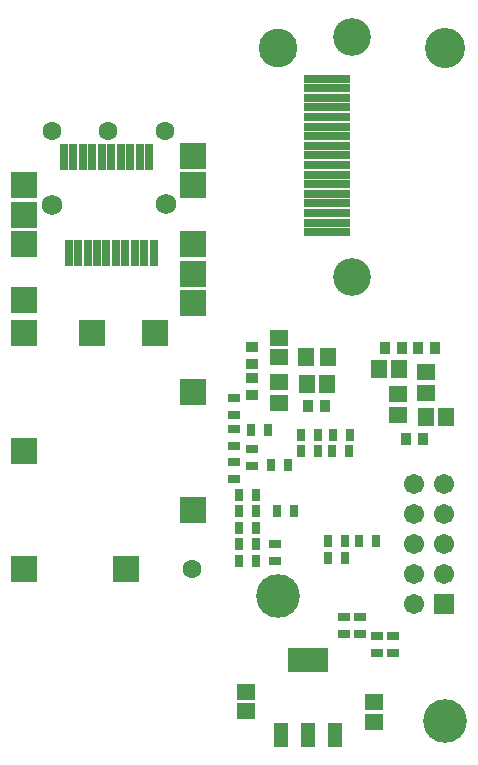
<source format=gts>
G04 Layer_Color=8388736*
%FSAX25Y25*%
%MOIN*%
G70*
G01*
G75*
%ADD53R,0.04737X0.08083*%
%ADD54R,0.13398X0.08083*%
%ADD55R,0.02769X0.08674*%
%ADD56R,0.03162X0.04147*%
%ADD57R,0.04147X0.03162*%
%ADD58R,0.05524X0.06312*%
%ADD59R,0.06312X0.05524*%
%ADD60R,0.03359X0.04343*%
%ADD61R,0.04343X0.03359*%
%ADD62R,0.05721X0.06312*%
%ADD63R,0.06312X0.05721*%
%ADD64R,0.15800X0.03000*%
%ADD65C,0.12897*%
%ADD66C,0.14579*%
%ADD67C,0.13398*%
%ADD68C,0.06312*%
%ADD69R,0.08674X0.08674*%
%ADD70C,0.06902*%
%ADD71C,0.06706*%
%ADD72R,0.06706X0.06706*%
%ADD73C,0.12611*%
D53*
X0404579Y0168157D02*
D03*
X0413634D02*
D03*
X0422689D02*
D03*
D54*
X0413634Y0193157D02*
D03*
D55*
X0360669Y0360847D02*
D03*
X0357520Y0360847D02*
D03*
X0354370D02*
D03*
X0351220Y0360847D02*
D03*
X0348071D02*
D03*
X0344921D02*
D03*
X0341772D02*
D03*
X0332323D02*
D03*
X0333898Y0328564D02*
D03*
X0337047D02*
D03*
X0340197D02*
D03*
X0343347D02*
D03*
X0346496D02*
D03*
X0349646D02*
D03*
X0352795D02*
D03*
X0355945Y0328564D02*
D03*
X0359095D02*
D03*
X0362244Y0328564D02*
D03*
X0338622Y0360847D02*
D03*
X0335472D02*
D03*
D56*
X0427488Y0262657D02*
D03*
X0421779D02*
D03*
X0411279D02*
D03*
X0416988D02*
D03*
X0396488Y0248157D02*
D03*
X0390779D02*
D03*
X0403279Y0242657D02*
D03*
X0408988D02*
D03*
X0390779Y0237157D02*
D03*
X0396488D02*
D03*
X0421925Y0268157D02*
D03*
X0427634D02*
D03*
X0416988D02*
D03*
X0411279D02*
D03*
X0390779Y0242657D02*
D03*
X0396488D02*
D03*
Y0226157D02*
D03*
X0390779D02*
D03*
X0425988Y0232657D02*
D03*
X0420280D02*
D03*
X0401279Y0258157D02*
D03*
X0406988D02*
D03*
X0394634Y0269657D02*
D03*
X0400343D02*
D03*
X0430780Y0232657D02*
D03*
X0436488D02*
D03*
X0390779Y0231657D02*
D03*
X0396488D02*
D03*
X0420280Y0227157D02*
D03*
X0425988D02*
D03*
D57*
X0442134Y0201012D02*
D03*
Y0195303D02*
D03*
X0425634Y0201803D02*
D03*
Y0207512D02*
D03*
X0431134Y0201803D02*
D03*
Y0207512D02*
D03*
X0436634Y0195303D02*
D03*
Y0201012D02*
D03*
X0389134Y0259012D02*
D03*
Y0253303D02*
D03*
Y0274803D02*
D03*
Y0280512D02*
D03*
X0402634Y0231657D02*
D03*
Y0225949D02*
D03*
X0395134Y0263512D02*
D03*
Y0257803D02*
D03*
X0389134Y0264303D02*
D03*
Y0270012D02*
D03*
D58*
X0413091Y0294158D02*
D03*
X0420177D02*
D03*
D59*
X0404134Y0285701D02*
D03*
Y0278614D02*
D03*
X0443634Y0281701D02*
D03*
Y0274614D02*
D03*
X0453134Y0289201D02*
D03*
Y0282114D02*
D03*
D60*
X0413779Y0277657D02*
D03*
X0419488D02*
D03*
X0446279Y0266657D02*
D03*
X0451988D02*
D03*
X0444988Y0297157D02*
D03*
X0439280D02*
D03*
X0450280D02*
D03*
X0455988D02*
D03*
D61*
X0395091Y0291803D02*
D03*
Y0297512D02*
D03*
Y0287012D02*
D03*
Y0281303D02*
D03*
D62*
X0413386Y0285157D02*
D03*
X0419882D02*
D03*
X0453134Y0274157D02*
D03*
X0459630D02*
D03*
X0443882Y0290157D02*
D03*
X0437386D02*
D03*
D63*
X0404134Y0293909D02*
D03*
Y0300406D02*
D03*
X0393134Y0182405D02*
D03*
Y0175909D02*
D03*
X0435634Y0172409D02*
D03*
Y0178905D02*
D03*
D64*
X0420134Y0367657D02*
D03*
Y0370857D02*
D03*
Y0383657D02*
D03*
Y0386857D02*
D03*
Y0380457D02*
D03*
Y0377257D02*
D03*
Y0335657D02*
D03*
Y0342057D02*
D03*
Y0345257D02*
D03*
Y0354857D02*
D03*
Y0358057D02*
D03*
Y0364457D02*
D03*
Y0374057D02*
D03*
Y0348457D02*
D03*
Y0351657D02*
D03*
Y0361257D02*
D03*
Y0338857D02*
D03*
D65*
X0403634Y0397157D02*
D03*
D66*
Y0214441D02*
D03*
X0459303Y0172748D02*
D03*
D67*
Y0397157D02*
D03*
D68*
X0347131Y0369457D02*
D03*
X0366034D02*
D03*
X0374941Y0223249D02*
D03*
X0328234Y0369457D02*
D03*
D69*
X0319134Y0351257D02*
D03*
X0375234Y0361157D02*
D03*
Y0351257D02*
D03*
Y0331657D02*
D03*
Y0321757D02*
D03*
X0352934Y0223257D02*
D03*
X0375234Y0242957D02*
D03*
Y0282357D02*
D03*
X0362734Y0302057D02*
D03*
X0341534D02*
D03*
X0319134Y0223257D02*
D03*
Y0313157D02*
D03*
Y0331657D02*
D03*
Y0262657D02*
D03*
Y0302057D02*
D03*
Y0341457D02*
D03*
X0375234Y0311915D02*
D03*
D70*
X0366280Y0344902D02*
D03*
X0328386Y0344706D02*
D03*
D71*
X0449134Y0251657D02*
D03*
Y0241657D02*
D03*
Y0231657D02*
D03*
Y0221657D02*
D03*
Y0211657D02*
D03*
X0459134Y0251657D02*
D03*
Y0241657D02*
D03*
Y0231657D02*
D03*
Y0221657D02*
D03*
D72*
Y0211657D02*
D03*
D73*
X0428434Y0320557D02*
D03*
Y0400794D02*
D03*
M02*

</source>
